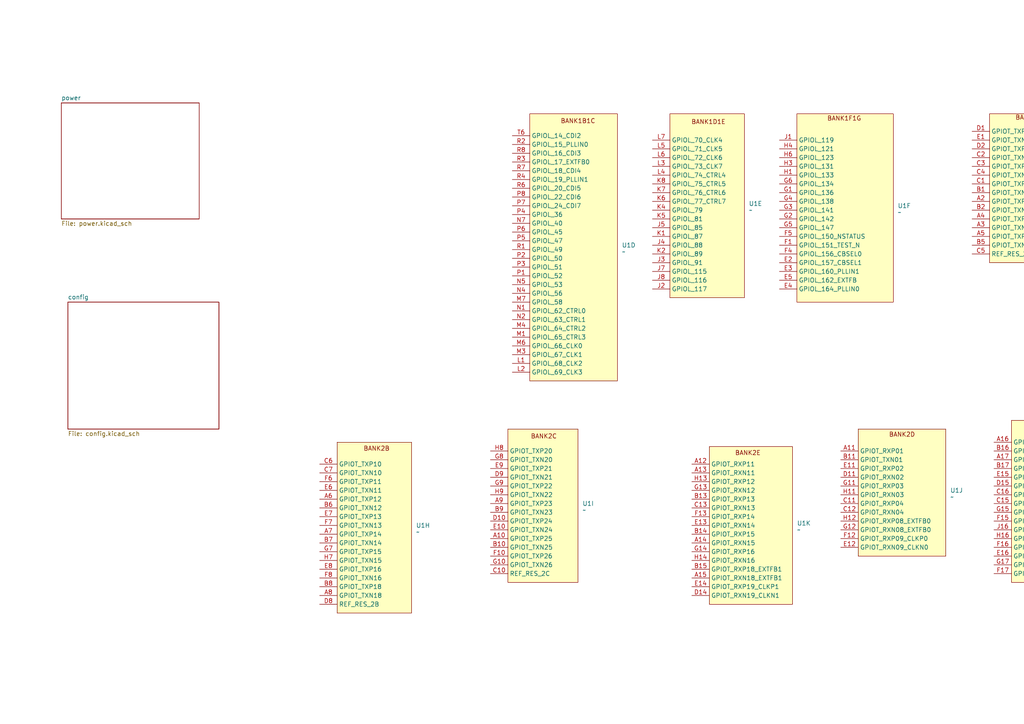
<source format=kicad_sch>
(kicad_sch (version 20231120) (generator "eeschema") (generator_version "8.0")
  (paper "A4")
  (lib_symbols
    (symbol "IC:T120F484"
      (property "Reference" "U" (at 3.81 -0.508 0))
      (symbol "T120F484_1_1"
        (rectangle (start 5.08 0) (end 20.32 -160.02) (fill (type background)))
        (text "GND" (at 12.7 -1.27 0) (effects (font (size 1.27 1.27))))
        (pin passive line (at 0 -2.54 0) (length 5.08) (name "GND") (number "A1"))
        (pin passive line (at 0 -5.08 0) (length 5.08) (name "GND") (number "A22"))
        (pin passive line (at 0 -7.62 0) (length 5.08) (name "GND") (number "AB1"))
        (pin passive line (at 0 -10.16 0) (length 5.08) (name "GND") (number "AB22"))
        (pin passive line (at 0 -12.7 0) (length 5.08) (name "GND") (number "B12"))
        (pin passive line (at 0 -15.24 0) (length 5.08) (name "GND") (number "B4"))
        (pin passive line (at 0 -17.78 0) (length 5.08) (name "GND") (number "D13"))
        (pin passive line (at 0 -20.32 0) (length 5.08) (name "GND") (number "D16"))
        (pin passive line (at 0 -22.86 0) (length 5.08) (name "GND") (number "D4"))
        (pin passive line (at 0 -25.4 0) (length 5.08) (name "GND") (number "D7"))
        (pin passive line (at 0 -27.94 0) (length 5.08) (name "GND") (number "E18"))
        (pin passive line (at 0 -30.48 0) (length 5.08) (name "GND") (number "E20"))
        (pin passive line (at 0 -33.02 0) (length 5.08) (name "GND") (number "F22"))
        (pin passive line (at 0 -35.56 0) (length 5.08) (name "GND") (number "H15"))
        (pin passive line (at 0 -38.1 0) (length 5.08) (name "GND") (number "H17"))
        (pin passive line (at 0 -40.64 0) (length 5.08) (name "GND") (number "H2"))
        (pin passive line (at 0 -43.18 0) (length 5.08) (name "GND") (number "H22"))
        (pin passive line (at 0 -45.72 0) (length 5.08) (name "GND") (number "H5"))
        (pin passive line (at 0 -48.26 0) (length 5.08) (name "GND") (number "J10"))
        (pin passive line (at 0 -50.8 0) (length 5.08) (name "GND") (number "J12"))
        (pin passive line (at 0 -53.34 0) (length 5.08) (name "GND") (number "J14"))
        (pin passive line (at 0 -55.88 0) (length 5.08) (name "GND") (number "J20"))
        (pin passive line (at 0 -58.42 0) (length 5.08) (name "GND") (number "K11"))
        (pin passive line (at 0 -60.96 0) (length 5.08) (name "GND") (number "K13"))
        (pin passive line (at 0 -63.5 0) (length 5.08) (name "GND") (number "K16"))
        (pin passive line (at 0 -66.04 0) (length 5.08) (name "GND") (number "K18"))
        (pin passive line (at 0 -68.58 0) (length 5.08) (name "GND") (number "K9"))
        (pin passive line (at 0 -71.12 0) (length 5.08) (name "GND") (number "L10"))
        (pin passive line (at 0 -73.66 0) (length 5.08) (name "GND") (number "L12"))
        (pin passive line (at 0 -76.2 0) (length 5.08) (name "GND") (number "L14"))
        (pin passive line (at 0 -78.74 0) (length 5.08) (name "GND") (number "L8"))
        (pin passive line (at 0 -81.28 0) (length 5.08) (name "GND") (number "M11"))
        (pin passive line (at 0 -83.82 0) (length 5.08) (name "GND") (number "M13"))
        (pin passive line (at 0 -86.36 0) (length 5.08) (name "GND") (number "M2"))
        (pin passive line (at 0 -88.9 0) (length 5.08) (name "GND") (number "M5"))
        (pin passive line (at 0 -91.44 0) (length 5.08) (name "GND") (number "M9"))
        (pin passive line (at 0 -93.98 0) (length 5.08) (name "GND") (number "N10"))
        (pin passive line (at 0 -96.52 0) (length 5.08) (name "GND") (number "N12"))
        (pin passive line (at 0 -99.06 0) (length 5.08) (name "GND") (number "N14"))
        (pin passive line (at 0 -101.6 0) (length 5.08) (name "GND") (number "N16"))
        (pin passive line (at 0 -104.14 0) (length 5.08) (name "GND") (number "N18"))
        (pin passive line (at 0 -106.68 0) (length 5.08) (name "GND") (number "N20"))
        (pin passive line (at 0 -109.22 0) (length 5.08) (name "GND") (number "N22"))
        (pin passive line (at 0 -111.76 0) (length 5.08) (name "GND") (number "N8"))
        (pin passive line (at 0 -114.3 0) (length 5.08) (name "GND") (number "P11"))
        (pin passive line (at 0 -116.84 0) (length 5.08) (name "GND") (number "P13"))
        (pin passive line (at 0 -119.38 0) (length 5.08) (name "GND") (number "P9"))
        (pin passive line (at 0 -121.92 0) (length 5.08) (name "GND") (number "T16"))
        (pin passive line (at 0 -124.46 0) (length 5.08) (name "GND") (number "T18"))
        (pin passive line (at 0 -127 0) (length 5.08) (name "GND") (number "T2"))
        (pin passive line (at 0 -129.54 0) (length 5.08) (name "GND") (number "T5"))
        (pin passive line (at 0 -132.08 0) (length 5.08) (name "GND") (number "T7"))
        (pin passive line (at 0 -134.62 0) (length 5.08) (name "GND") (number "U20"))
        (pin passive line (at 0 -137.16 0) (length 5.08) (name "GND") (number "U22"))
        (pin passive line (at 0 -139.7 0) (length 5.08) (name "GND") (number "W13"))
        (pin passive line (at 0 -142.24 0) (length 5.08) (name "GND") (number "W18"))
        (pin passive line (at 0 -144.78 0) (length 5.08) (name "GND") (number "Y11"))
        (pin passive line (at 0 -147.32 0) (length 5.08) (name "GND") (number "Y15"))
        (pin passive line (at 0 -149.86 0) (length 5.08) (name "GND") (number "Y2"))
        (pin passive line (at 0 -152.4 0) (length 5.08) (name "GND") (number "Y20"))
        (pin passive line (at 0 -154.94 0) (length 5.08) (name "GND") (number "Y5"))
        (pin passive line (at 0 -157.48 0) (length 5.08) (name "GND") (number "Y8"))
      )
      (symbol "T120F484_2_1"
        (rectangle (start -8.89 -3.81) (end 16.51 -160.02) (fill (type background)))
        (text "PWR" (at 3.81 -5.588 0) (effects (font (size 1.27 1.27))))
        (pin power_in line (at -13.97 -134.62 0) (length 5.08) (name "VCCIO4B") (number "AA14"))
        (pin power_in line (at -13.97 -24.13 0) (length 5.08) (name "VCCIO_DDR") (number "AA17"))
        (pin power_in line (at -13.97 -26.67 0) (length 5.08) (name "VCCIO_DDR") (number "AA19"))
        (pin power_in line (at -13.97 -29.21 0) (length 5.08) (name "VCCIO_DDR") (number "AA21"))
        (pin power_in line (at -13.97 -154.94 0) (length 5.08) (name "VCCIO4F") (number "AA4"))
        (pin power_in line (at -13.97 -124.46 0) (length 5.08) (name "VCCIO3D_TR_BR") (number "B18"))
        (pin power_in line (at -13.97 -93.98 0) (length 5.08) (name "VCCIO2A") (number "B3"))
        (pin power_in line (at -13.97 -114.3 0) (length 5.08) (name "VCCIO2E") (number "C14"))
        (pin power_in line (at -13.97 -119.38 0) (length 5.08) (name "VCCIO2F") (number "C17"))
        (pin power_in line (at -13.97 -127 0) (length 5.08) (name "VCCIO3D_TR_BR") (number "C20"))
        (pin power_in line (at -13.97 -99.06 0) (length 5.08) (name "VCCIO2B") (number "C8"))
        (pin power_in line (at -13.97 -104.14 0) (length 5.08) (name "VCCIO2C") (number "C9"))
        (pin power_in line (at -13.97 -109.22 0) (length 5.08) (name "VCCIO2D") (number "D12"))
        (pin power_in line (at -13.97 -16.51 0) (length 5.08) (name "VCCA_TR") (number "D17"))
        (pin power_in line (at -13.97 -96.52 0) (length 5.08) (name "VCCIO2A") (number "D3"))
        (pin power_in line (at -13.97 -13.97 0) (length 5.08) (name "VCCA_TL") (number "D5"))
        (pin power_in line (at -13.97 -101.6 0) (length 5.08) (name "VCCIO2B") (number "D6"))
        (pin power_in line (at -13.97 -19.05 0) (length 5.08) (name "VCCA_TR") (number "E17"))
        (pin power_in line (at -13.97 -111.76 0) (length 5.08) (name "VCCIO2D") (number "F11"))
        (pin power_in line (at -13.97 -116.84 0) (length 5.08) (name "VCCIO2E") (number "F14"))
        (pin power_in line (at -13.97 -31.75 0) (length 5.08) (name "VCCIO_DDR") (number "F19"))
        (pin power_in line (at -13.97 -88.9 0) (length 5.08) (name "VCCIO1F_1G") (number "F2"))
        (pin power_in line (at -13.97 -34.29 0) (length 5.08) (name "VCCIO_DDR") (number "F21"))
        (pin power_in line (at -13.97 -91.44 0) (length 5.08) (name "VCCIO1F_1G") (number "F3"))
        (pin power_in line (at -13.97 -106.68 0) (length 5.08) (name "VCCIO2C") (number "F9"))
        (pin power_in line (at -13.97 -121.92 0) (length 5.08) (name "VCCIO2F") (number "G16"))
        (pin power_in line (at -13.97 -36.83 0) (length 5.08) (name "VCCIO_DDR") (number "G18"))
        (pin power_in line (at 21.59 -6.35 180) (length 5.08) (name "VCC") (number "H10"))
        (pin power_in line (at 21.59 -8.89 180) (length 5.08) (name "VCC") (number "J11"))
        (pin power_in line (at 21.59 -11.43 180) (length 5.08) (name "VCC") (number "J13"))
        (pin power_in line (at 21.59 -13.97 180) (length 5.08) (name "VCC") (number "J15"))
        (pin power_in line (at -13.97 -39.37 0) (length 5.08) (name "VCCIO_DDR") (number "J17"))
        (pin power_in line (at -13.97 -41.91 0) (length 5.08) (name "VCCIO_DDR") (number "J19"))
        (pin power_in line (at -13.97 -44.45 0) (length 5.08) (name "VCCIO_DDR") (number "J21"))
        (pin power_in line (at -13.97 -83.82 0) (length 5.08) (name "VCCIO1D_1E") (number "J6"))
        (pin power_in line (at 21.59 -16.51 180) (length 5.08) (name "VCC") (number "J9"))
        (pin power_in line (at 21.59 -19.05 180) (length 5.08) (name "VCC") (number "K10"))
        (pin power_in line (at 21.59 -21.59 180) (length 5.08) (name "VCC") (number "K12"))
        (pin power_in line (at 21.59 -24.13 180) (length 5.08) (name "VCC") (number "K14"))
        (pin power_in line (at -13.97 -86.36 0) (length 5.08) (name "VCCIO1D_1E") (number "K3"))
        (pin power_in line (at 21.59 -26.67 180) (length 5.08) (name "VCC") (number "L11"))
        (pin power_in line (at 21.59 -29.21 180) (length 5.08) (name "VCC") (number "L13"))
        (pin power_in line (at 21.59 -31.75 180) (length 5.08) (name "VCC") (number "L9"))
        (pin power_in line (at 21.59 -34.29 180) (length 5.08) (name "VCC") (number "M10"))
        (pin power_in line (at 21.59 -36.83 180) (length 5.08) (name "VCC") (number "M12"))
        (pin power_in line (at 21.59 -39.37 180) (length 5.08) (name "VCC") (number "M14"))
        (pin power_in line (at -13.97 -46.99 0) (length 5.08) (name "VCCIO_DDR") (number "M17"))
        (pin power_in line (at -13.97 -49.53 0) (length 5.08) (name "VCCIO_DDR") (number "M19"))
        (pin power_in line (at -13.97 -52.07 0) (length 5.08) (name "VCCIO_DDR") (number "M21"))
        (pin power_in line (at 21.59 -41.91 180) (length 5.08) (name "VCC") (number "M8"))
        (pin power_in line (at 21.59 -44.45 180) (length 5.08) (name "VCC") (number "N11"))
        (pin power_in line (at 21.59 -46.99 180) (length 5.08) (name "VCC") (number "N13"))
        (pin power_in line (at -13.97 -8.89 0) (length 5.08) (name "VCCA_BR") (number "N15"))
        (pin power_in line (at -13.97 -76.2 0) (length 5.08) (name "VCCIO1B_1C") (number "N3"))
        (pin power_in line (at -13.97 -78.74 0) (length 5.08) (name "VCCIO1B_1C") (number "N6"))
        (pin power_in line (at 21.59 -49.53 180) (length 5.08) (name "VCC") (number "N9"))
        (pin power_in line (at 21.59 -52.07 180) (length 5.08) (name "VCC") (number "P10"))
        (pin power_in line (at 21.59 -54.61 180) (length 5.08) (name "VCC") (number "P12"))
        (pin power_in line (at 21.59 -57.15 180) (length 5.08) (name "VCC") (number "P14"))
        (pin power_in line (at -13.97 -11.43 0) (length 5.08) (name "VCCA_BR") (number "P15"))
        (pin power_in line (at 21.59 -59.69 180) (length 5.08) (name "VCC") (number "R11"))
        (pin power_in line (at -13.97 -54.61 0) (length 5.08) (name "VCCIO_DDR") (number "R17"))
        (pin power_in line (at -13.97 -57.15 0) (length 5.08) (name "VCCIO_DDR") (number "R19"))
        (pin power_in line (at -13.97 -59.69 0) (length 5.08) (name "VCCIO_DDR") (number "R21"))
        (pin power_in line (at -13.97 -81.28 0) (length 5.08) (name "VCCIO1B_1C") (number "R5"))
        (pin power_in line (at -13.97 -149.86 0) (length 5.08) (name "VCCIO4E") (number "R9"))
        (pin power_in line (at -13.97 -139.7 0) (length 5.08) (name "VCCIO4C") (number "T11"))
        (pin power_in line (at -13.97 -144.78 0) (length 5.08) (name "VCCIO4D") (number "T9"))
        (pin power_in line (at -13.97 -129.54 0) (length 5.08) (name "VCCIO4A") (number "U15"))
        (pin power_in line (at -13.97 -73.66 0) (length 5.08) (name "VCCIO1A") (number "U3"))
        (pin power_in line (at -13.97 -137.16 0) (length 5.08) (name "VCCIO4B") (number "V13"))
        (pin power_in line (at -13.97 -62.23 0) (length 5.08) (name "VCCIO_DDR") (number "V17"))
        (pin power_in line (at -13.97 -64.77 0) (length 5.08) (name "VCCIO_DDR") (number "V19"))
        (pin power_in line (at -13.97 -67.31 0) (length 5.08) (name "VCCIO_DDR") (number "V21"))
        (pin power_in line (at -13.97 -6.35 0) (length 5.08) (name "VCCA_BL") (number "W5"))
        (pin power_in line (at -13.97 -152.4 0) (length 5.08) (name "VCCIO4E") (number "W7"))
        (pin power_in line (at -13.97 -142.24 0) (length 5.08) (name "VCCIO4C") (number "Y12"))
        (pin power_in line (at -13.97 -132.08 0) (length 5.08) (name "VCCIO4A") (number "Y16"))
        (pin power_in line (at -13.97 -157.48 0) (length 5.08) (name "VCCIO4F") (number "Y3"))
        (pin power_in line (at -13.97 -147.32 0) (length 5.08) (name "VCCIO4D") (number "Y9"))
      )
      (symbol "T120F484_3_1"
        (rectangle (start 5.08 0) (end 33.02 -40.64) (fill (type background)))
        (text "BANK1A" (at 19.558 -1.27 0) (effects (font (size 1.27 1.27))))
        (pin input line (at 0 -30.48 0) (length 5.08) (name "TCK") (number "T1"))
        (pin output line (at 0 -35.56 0) (length 5.08) (name "TDO") (number "T3"))
        (pin bidirectional line (at 0 -27.94 0) (length 5.08) (name "GPIOL_13_CBUS2") (number "T4"))
        (pin input line (at 0 -38.1 0) (length 5.08) (name "TMS") (number "U1"))
        (pin input line (at 0 -33.02 0) (length 5.08) (name "TDI") (number "U2"))
        (pin bidirectional line (at 0 -22.86 0) (length 5.08) (name "GPIOL_11_CBUS0") (number "U4"))
        (pin bidirectional line (at 0 -15.24 0) (length 5.08) (name "GPIOL_05_CSO") (number "U5"))
        (pin bidirectional line (at 0 -25.4 0) (length 5.08) (name "GPIOL_12_CBUS1") (number "U6"))
        (pin bidirectional line (at 0 -20.32 0) (length 5.08) (name "GPIOL_09_CDI1") (number "V1"))
        (pin bidirectional line (at 0 -17.78 0) (length 5.08) (name "GPIOL_08_CDI0") (number "V2"))
        (pin bidirectional line (at 0 -7.62 0) (length 5.08) (name "GPIOL_00_SS_N") (number "V3"))
        (pin input line (at 0 -5.08 0) (length 5.08) (name "CRESET_N") (number "V4"))
        (pin output line (at 0 -2.54 0) (length 5.08) (name "CDONE") (number "V5"))
        (pin bidirectional line (at 0 -12.7 0) (length 5.08) (name "GPIOL_04_CSI") (number "V6"))
        (pin bidirectional line (at 0 -10.16 0) (length 5.08) (name "GPIOL_01_CCK") (number "W1"))
      )
      (symbol "T120F484_4_1"
        (rectangle (start 5.08 3.81) (end 30.48 -73.66) (fill (type background)))
        (text "BANK1B1C" (at 19.05 1.778 0) (effects (font (size 1.27 1.27))))
        (pin bidirectional line (at 0 -68.58 0) (length 5.08) (name "GPIOL_68_CLK2") (number "L1"))
        (pin bidirectional line (at 0 -71.12 0) (length 5.08) (name "GPIOL_69_CLK3") (number "L2"))
        (pin bidirectional line (at 0 -60.96 0) (length 5.08) (name "GPIOL_65_CTRL3") (number "M1"))
        (pin bidirectional line (at 0 -66.04 0) (length 5.08) (name "GPIOL_67_CLK1") (number "M3"))
        (pin bidirectional line (at 0 -58.42 0) (length 5.08) (name "GPIOL_64_CTRL2") (number "M4"))
        (pin bidirectional line (at 0 -63.5 0) (length 5.08) (name "GPIOL_66_CLK0") (number "M6"))
        (pin bidirectional line (at 0 -50.8 0) (length 5.08) (name "GPIOL_58") (number "M7"))
        (pin bidirectional line (at 0 -53.34 0) (length 5.08) (name "GPIOL_62_CTRL0") (number "N1"))
        (pin bidirectional line (at 0 -55.88 0) (length 5.08) (name "GPIOL_63_CTRL1") (number "N2"))
        (pin bidirectional line (at 0 -48.26 0) (length 5.08) (name "GPIOL_56") (number "N4"))
        (pin bidirectional line (at 0 -45.72 0) (length 5.08) (name "GPIOL_53") (number "N5"))
        (pin bidirectional line (at 0 -27.94 0) (length 5.08) (name "GPIOL_40") (number "N7"))
        (pin bidirectional line (at 0 -43.18 0) (length 5.08) (name "GPIOL_52") (number "P1"))
        (pin bidirectional line (at 0 -38.1 0) (length 5.08) (name "GPIOL_50") (number "P2"))
        (pin bidirectional line (at 0 -40.64 0) (length 5.08) (name "GPIOL_51") (number "P3"))
        (pin bidirectional line (at 0 -25.4 0) (length 5.08) (name "GPIOL_36") (number "P4"))
        (pin bidirectional line (at 0 -33.02 0) (length 5.08) (name "GPIOL_47") (number "P5"))
        (pin bidirectional line (at 0 -30.48 0) (length 5.08) (name "GPIOL_45") (number "P6"))
        (pin bidirectional line (at 0 -22.86 0) (length 5.08) (name "GPIOL_24_CDI7") (number "P7"))
        (pin bidirectional line (at 0 -20.32 0) (length 5.08) (name "GPIOL_22_CDI6") (number "P8"))
        (pin bidirectional line (at 0 -35.56 0) (length 5.08) (name "GPIOL_49") (number "R1"))
        (pin bidirectional line (at 0 -5.08 0) (length 5.08) (name "GPIOL_15_PLLIN0") (number "R2"))
        (pin bidirectional line (at 0 -10.16 0) (length 5.08) (name "GPIOL_17_EXTFB0") (number "R3"))
        (pin bidirectional line (at 0 -15.24 0) (length 5.08) (name "GPIOL_19_PLLIN1") (number "R4"))
        (pin bidirectional line (at 0 -17.78 0) (length 5.08) (name "GPIOL_20_CDI5") (number "R6"))
        (pin bidirectional line (at 0 -12.7 0) (length 5.08) (name "GPIOL_18_CDI4") (number "R7"))
        (pin bidirectional line (at 0 -7.62 0) (length 5.08) (name "GPIOL_16_CDI3") (number "R8"))
        (pin bidirectional line (at 0 -2.54 0) (length 5.08) (name "GPIOL_14_CDI2") (number "T6"))
      )
      (symbol "T120F484_5_1"
        (rectangle (start 5.08 5.08) (end 26.67 -48.26) (fill (type background)))
        (text "BANK1D1E" (at 16.256 2.794 0) (effects (font (size 1.27 1.27))))
        (pin bidirectional line (at 0 -45.72 0) (length 5.08) (name "GPIOL_117") (number "J2"))
        (pin bidirectional line (at 0 -38.1 0) (length 5.08) (name "GPIOL_91") (number "J3"))
        (pin bidirectional line (at 0 -33.02 0) (length 5.08) (name "GPIOL_88") (number "J4"))
        (pin bidirectional line (at 0 -27.94 0) (length 5.08) (name "GPIOL_85") (number "J5"))
        (pin bidirectional line (at 0 -40.64 0) (length 5.08) (name "GPIOL_115") (number "J7"))
        (pin bidirectional line (at 0 -43.18 0) (length 5.08) (name "GPIOL_116") (number "J8"))
        (pin bidirectional line (at 0 -30.48 0) (length 5.08) (name "GPIOL_87") (number "K1"))
        (pin bidirectional line (at 0 -35.56 0) (length 5.08) (name "GPIOL_89") (number "K2"))
        (pin bidirectional line (at 0 -22.86 0) (length 5.08) (name "GPIOL_79") (number "K4"))
        (pin bidirectional line (at 0 -25.4 0) (length 5.08) (name "GPIOL_81") (number "K5"))
        (pin bidirectional line (at 0 -20.32 0) (length 5.08) (name "GPIOL_77_CTRL7") (number "K6"))
        (pin bidirectional line (at 0 -17.78 0) (length 5.08) (name "GPIOL_76_CTRL6") (number "K7"))
        (pin bidirectional line (at 0 -15.24 0) (length 5.08) (name "GPIOL_75_CTRL5") (number "K8"))
        (pin bidirectional line (at 0 -10.16 0) (length 5.08) (name "GPIOL_73_CLK7") (number "L3"))
        (pin bidirectional line (at 0 -12.7 0) (length 5.08) (name "GPIOL_74_CTRL4") (number "L4"))
        (pin bidirectional line (at 0 -5.08 0) (length 5.08) (name "GPIOL_71_CLK5") (number "L5"))
        (pin bidirectional line (at 0 -7.62 0) (length 5.08) (name "GPIOL_72_CLK6") (number "L6"))
        (pin bidirectional line (at 0 -2.54 0) (length 5.08) (name "GPIOL_70_CLK4") (number "L7"))
      )
      (symbol "T120F484_6_1"
        (rectangle (start 5.08 3.81) (end 33.02 -50.8) (fill (type background)))
        (text "BANK1F1G" (at 18.796 2.54 0) (effects (font (size 1.27 1.27))))
        (pin bidirectional line (at 0 -39.37 0) (length 5.08) (name "GPIOL_157_CBSEL1") (number "E2"))
        (pin bidirectional line (at 0 -41.91 0) (length 5.08) (name "GPIOL_160_PLLIN1") (number "E3"))
        (pin bidirectional line (at 0 -46.99 0) (length 5.08) (name "GPIOL_164_PLLIN0") (number "E4"))
        (pin bidirectional line (at 0 -44.45 0) (length 5.08) (name "GPIOL_162_EXTFB") (number "E5"))
        (pin bidirectional line (at 0 -34.29 0) (length 5.08) (name "GPIOL_151_TEST_N") (number "F1"))
        (pin bidirectional line (at 0 -36.83 0) (length 5.08) (name "GPIOL_156_CBSEL0") (number "F4"))
        (pin bidirectional line (at 0 -31.75 0) (length 5.08) (name "GPIOL_150_NSTATUS") (number "F5"))
        (pin bidirectional line (at 0 -19.05 0) (length 5.08) (name "GPIOL_136") (number "G1"))
        (pin bidirectional line (at 0 -26.67 0) (length 5.08) (name "GPIOL_142") (number "G2"))
        (pin bidirectional line (at 0 -24.13 0) (length 5.08) (name "GPIOL_141") (number "G3"))
        (pin bidirectional line (at 0 -21.59 0) (length 5.08) (name "GPIOL_138") (number "G4"))
        (pin bidirectional line (at 0 -29.21 0) (length 5.08) (name "GPIOL_147") (number "G5"))
        (pin bidirectional line (at 0 -16.51 0) (length 5.08) (name "GPIOL_134") (number "G6"))
        (pin bidirectional line (at 0 -13.97 0) (length 5.08) (name "GPIOL_133") (number "H1"))
        (pin bidirectional line (at 0 -11.43 0) (length 5.08) (name "GPIOL_131") (number "H3"))
        (pin bidirectional line (at 0 -6.35 0) (length 5.08) (name "GPIOL_121") (number "H4"))
        (pin bidirectional line (at 0 -8.89 0) (length 5.08) (name "GPIOL_123") (number "H6"))
        (pin bidirectional line (at 0 -3.81 0) (length 5.08) (name "GPIOL_119") (number "J1"))
      )
      (symbol "T120F484_7_1"
        (rectangle (start 5.08 3.81) (end 25.4 -39.37) (fill (type background)))
        (text "BANK2A" (at 16.256 2.794 0) (effects (font (size 1.27 1.27))))
        (pin bidirectional line (at 0 -21.59 0) (length 5.08) (name "GPIOT_TXP05") (number "A2"))
        (pin bidirectional line (at 0 -29.21 0) (length 5.08) (name "GPIOT_TXN06") (number "A3"))
        (pin bidirectional line (at 0 -26.67 0) (length 5.08) (name "GPIOT_TXP06") (number "A4"))
        (pin bidirectional line (at 0 -31.75 0) (length 5.08) (name "GPIOT_TXP07") (number "A5"))
        (pin bidirectional line (at 0 -19.05 0) (length 5.08) (name "GPIOT_TXN04") (number "B1"))
        (pin bidirectional line (at 0 -24.13 0) (length 5.08) (name "GPIOT_TXN05") (number "B2"))
        (pin bidirectional line (at 0 -34.29 0) (length 5.08) (name "GPIOT_TXN07") (number "B5"))
        (pin bidirectional line (at 0 -16.51 0) (length 5.08) (name "GPIOT_TXP04") (number "C1"))
        (pin bidirectional line (at 0 -8.89 0) (length 5.08) (name "GPIOT_TXN02") (number "C2"))
        (pin bidirectional line (at 0 -11.43 0) (length 5.08) (name "GPIOT_TXP03") (number "C3"))
        (pin bidirectional line (at 0 -13.97 0) (length 5.08) (name "GPIOT_TXN03") (number "C4"))
        (pin passive line (at 0 -36.83 0) (length 5.08) (name "REF_RES_2A") (number "C5"))
        (pin bidirectional line (at 0 -1.27 0) (length 5.08) (name "GPIOT_TXP01") (number "D1"))
        (pin bidirectional line (at 0 -6.35 0) (length 5.08) (name "GPIOT_TXP02") (number "D2"))
        (pin bidirectional line (at 0 -3.81 0) (length 5.08) (name "GPIOT_TXN01") (number "E1"))
      )
      (symbol "T120F484_8_1"
        (rectangle (start 6.35 2.54) (end 27.94 -46.99) (fill (type background)))
        (text "BANK2B" (at 17.78 0.762 0) (effects (font (size 1.27 1.27))))
        (pin bidirectional line (at 1.27 -13.97 0) (length 5.08) (name "GPIOT_TXP12") (number "A6"))
        (pin bidirectional line (at 1.27 -24.13 0) (length 5.08) (name "GPIOT_TXP14") (number "A7"))
        (pin bidirectional line (at 1.27 -41.91 0) (length 5.08) (name "GPIOT_TXN18") (number "A8"))
        (pin bidirectional line (at 1.27 -16.51 0) (length 5.08) (name "GPIOT_TXN12") (number "B6"))
        (pin bidirectional line (at 1.27 -26.67 0) (length 5.08) (name "GPIOT_TXN14") (number "B7"))
        (pin bidirectional line (at 1.27 -39.37 0) (length 5.08) (name "GPIOT_TXP18") (number "B8"))
        (pin bidirectional line (at 1.27 -3.81 0) (length 5.08) (name "GPIOT_TXP10") (number "C6"))
        (pin bidirectional line (at 1.27 -6.35 0) (length 5.08) (name "GPIOT_TXN10") (number "C7"))
        (pin passive line (at 1.27 -44.45 0) (length 5.08) (name "REF_RES_2B") (number "D8"))
        (pin bidirectional line (at 1.27 -11.43 0) (length 5.08) (name "GPIOT_TXN11") (number "E6"))
        (pin bidirectional line (at 1.27 -19.05 0) (length 5.08) (name "GPIOT_TXP13") (number "E7"))
        (pin bidirectional line (at 1.27 -34.29 0) (length 5.08) (name "GPIOT_TXP16") (number "E8"))
        (pin bidirectional line (at 1.27 -8.89 0) (length 5.08) (name "GPIOT_TXP11") (number "F6"))
        (pin bidirectional line (at 1.27 -21.59 0) (length 5.08) (name "GPIOT_TXN13") (number "F7"))
        (pin bidirectional line (at 1.27 -36.83 0) (length 5.08) (name "GPIOT_TXN16") (number "F8"))
        (pin bidirectional line (at 1.27 -29.21 0) (length 5.08) (name "GPIOT_TXP15") (number "G7"))
        (pin bidirectional line (at 1.27 -31.75 0) (length 5.08) (name "GPIOT_TXN15") (number "H7"))
      )
      (symbol "T120F484_9_1"
        (rectangle (start 5.08 2.54) (end 25.4 -41.91) (fill (type background)))
        (text "BANK2C" (at 15.494 0.508 0) (effects (font (size 1.27 1.27))))
        (pin bidirectional line (at 0 -29.21 0) (length 5.08) (name "GPIOT_TXP25") (number "A10"))
        (pin bidirectional line (at 0 -19.05 0) (length 5.08) (name "GPIOT_TXP23") (number "A9"))
        (pin bidirectional line (at 0 -31.75 0) (length 5.08) (name "GPIOT_TXN25") (number "B10"))
        (pin bidirectional line (at 0 -21.59 0) (length 5.08) (name "GPIOT_TXN23") (number "B9"))
        (pin passive line (at 0 -39.37 0) (length 5.08) (name "REF_RES_2C") (number "C10"))
        (pin bidirectional line (at 0 -24.13 0) (length 5.08) (name "GPIOT_TXP24") (number "D10"))
        (pin bidirectional line (at 0 -11.43 0) (length 5.08) (name "GPIOT_TXN21") (number "D9"))
        (pin bidirectional line (at 0 -26.67 0) (length 5.08) (name "GPIOT_TXN24") (number "E10"))
        (pin bidirectional line (at 0 -8.89 0) (length 5.08) (name "GPIOT_TXP21") (number "E9"))
        (pin bidirectional line (at 0 -34.29 0) (length 5.08) (name "GPIOT_TXP26") (number "F10"))
        (pin bidirectional line (at 0 -36.83 0) (length 5.08) (name "GPIOT_TXN26") (number "G10"))
        (pin bidirectional line (at 0 -6.35 0) (length 5.08) (name "GPIOT_TXN20") (number "G8"))
        (pin bidirectional line (at 0 -13.97 0) (length 5.08) (name "GPIOT_TXP22") (number "G9"))
        (pin bidirectional line (at 0 -3.81 0) (length 5.08) (name "GPIOT_TXP20") (number "H8"))
        (pin bidirectional line (at 0 -16.51 0) (length 5.08) (name "GPIOT_TXN22") (number "H9"))
      )
      (symbol "T120F484_10_1"
        (rectangle (start 5.08 0) (end 30.48 -36.83) (fill (type background)))
        (text "BANK2D" (at 17.78 -1.524 0) (effects (font (size 1.27 1.27))))
        (pin bidirectional line (at 0 -6.35 0) (length 5.08) (name "GPIOT_RXP01") (number "A11"))
        (pin bidirectional line (at 0 -8.89 0) (length 5.08) (name "GPIOT_TXN01") (number "B11"))
        (pin bidirectional line (at 0 -21.59 0) (length 5.08) (name "GPIOT_RXP04") (number "C11"))
        (pin bidirectional line (at 0 -24.13 0) (length 5.08) (name "GPIOT_RXN04") (number "C12"))
        (pin bidirectional line (at 0 -13.97 0) (length 5.08) (name "GPIOT_RXN02") (number "D11"))
        (pin bidirectional line (at 0 -11.43 0) (length 5.08) (name "GPIOT_RXP02") (number "E11"))
        (pin bidirectional line (at 0 -34.29 0) (length 5.08) (name "GPIOT_RXN09_CLKN0") (number "E12"))
        (pin bidirectional line (at 0 -31.75 0) (length 5.08) (name "GPIOT_RXP09_CLKP0") (number "F12"))
        (pin bidirectional line (at 0 -16.51 0) (length 5.08) (name "GPIOT_RXP03") (number "G11"))
        (pin bidirectional line (at 0 -29.21 0) (length 5.08) (name "GPIOT_RXN08_EXTFB0") (number "G12"))
        (pin bidirectional line (at 0 -19.05 0) (length 5.08) (name "GPIOT_RXN03") (number "H11"))
        (pin bidirectional line (at 0 -26.67 0) (length 5.08) (name "GPIOT_RXP08_EXTFB0") (number "H12"))
      )
      (symbol "T120F484_11_1"
        (rectangle (start 5.08 0) (end 29.21 -45.72) (fill (type background)))
        (text "BANK2E" (at 16.256 -1.778 0) (effects (font (size 1.27 1.27))))
        (pin bidirectional line (at 0 -5.08 0) (length 5.08) (name "GPIOT_RXP11") (number "A12"))
        (pin bidirectional line (at 0 -7.62 0) (length 5.08) (name "GPIOT_RXN11") (number "A13"))
        (pin bidirectional line (at 0 -27.94 0) (length 5.08) (name "GPIOT_RXN15") (number "A14"))
        (pin bidirectional line (at 0 -38.1 0) (length 5.08) (name "GPIOT_RXN18_EXTFB1") (number "A15"))
        (pin bidirectional line (at 0 -15.24 0) (length 5.08) (name "GPIOT_RXP13") (number "B13"))
        (pin bidirectional line (at 0 -25.4 0) (length 5.08) (name "GPIOT_RXP15") (number "B14"))
        (pin bidirectional line (at 0 -35.56 0) (length 5.08) (name "GPIOT_RXP18_EXTFB1") (number "B15"))
        (pin bidirectional line (at 0 -17.78 0) (length 5.08) (name "GPIOT_RXN13") (number "C13"))
        (pin bidirectional line (at 0 -43.18 0) (length 5.08) (name "GPIOT_RXN19_CLKN1") (number "D14"))
        (pin bidirectional line (at 0 -22.86 0) (length 5.08) (name "GPIOT_RXN14") (number "E13"))
        (pin bidirectional line (at 0 -40.64 0) (length 5.08) (name "GPIOT_RXP19_CLKP1") (number "E14"))
        (pin bidirectional line (at 0 -20.32 0) (length 5.08) (name "GPIOT_RXP14") (number "F13"))
        (pin bidirectional line (at 0 -12.7 0) (length 5.08) (name "GPIOT_RXN12") (number "G13"))
        (pin bidirectional line (at 0 -30.48 0) (length 5.08) (name "GPIOT_RXP16") (number "G14"))
        (pin bidirectional line (at 0 -10.16 0) (length 5.08) (name "GPIOT_RXP12") (number "H13"))
        (pin bidirectional line (at 0 -33.02 0) (length 5.08) (name "GPIOT_RXN16") (number "H14"))
      )
      (symbol "T120F484_12_1"
        (rectangle (start 5.08 1.27) (end 29.21 -45.72) (fill (type background)))
        (text "BANK2F" (at 16.51 -0.254 0) (effects (font (size 1.27 1.27))))
        (pin bidirectional line (at 0 -5.08 0) (length 5.08) (name "GPIOT_RXP20") (number "A16"))
        (pin bidirectional line (at 0 -10.16 0) (length 5.08) (name "GPIOT_RXP21") (number "A17"))
        (pin bidirectional line (at 0 -7.62 0) (length 5.08) (name "GPIOT_RXN20") (number "B16"))
        (pin bidirectional line (at 0 -12.7 0) (length 5.08) (name "GPIOT_RXN21") (number "B17"))
        (pin bidirectional line (at 0 -22.86 0) (length 5.08) (name "GPIOT_RXN23") (number "C15"))
        (pin bidirectional line (at 0 -20.32 0) (length 5.08) (name "GPIOT_RXP23") (number "C16"))
        (pin bidirectional line (at 0 -17.78 0) (length 5.08) (name "GPIOT_RXN22") (number "D15"))
        (pin bidirectional line (at 0 -15.24 0) (length 5.08) (name "GPIOT_RXP22") (number "E15"))
        (pin bidirectional line (at 0 -38.1 0) (length 5.08) (name "GPIOT_RXN28_EXTFB2") (number "E16"))
        (pin bidirectional line (at 0 -27.94 0) (length 5.08) (name "GPIOT_RXN24") (number "F15"))
        (pin bidirectional line (at 0 -35.56 0) (length 5.08) (name "GPIOT_RXP28_EXTFB2") (number "F16"))
        (pin bidirectional line (at 0 -43.18 0) (length 5.08) (name "GPIOT_RXN29_CLKN2") (number "F17"))
        (pin bidirectional line (at 0 -25.4 0) (length 5.08) (name "GPIOT_RXP24") (number "G15"))
        (pin bidirectional line (at 0 -40.64 0) (length 5.08) (name "GPIOT_RXP28_CLKP2") (number "G17"))
        (pin bidirectional line (at 0 -33.02 0) (length 5.08) (name "GPIOT_RXN27") (number "H16"))
        (pin bidirectional line (at 0 -30.48 0) (length 5.08) (name "GPIOT_RXP27") (number "J16"))
      )
      (symbol "T120F484_13_1"
        (rectangle (start 5.08 2.54) (end 30.48 -44.45) (fill (type background)))
        (text "BANK3D" (at 18.034 0.762 0) (effects (font (size 1.27 1.27))))
        (pin bidirectional line (at 0 -13.97 0) (length 5.08) (name "GPIOR_173_CLK15") (number "A20"))
        (pin bidirectional line (at 0 -19.05 0) (length 5.08) (name "GPIOR_176_CLK13") (number "A21"))
        (pin bidirectional line (at 0 -8.89 0) (length 5.08) (name "GPIOR_172_CTRL13") (number "B19"))
        (pin bidirectional line (at 0 -16.51 0) (length 5.08) (name "GPIOR_175_CLK14") (number "B20"))
        (pin bidirectional line (at 0 -21.59 0) (length 5.08) (name "GPIOR_177_CLK12") (number "B21"))
        (pin bidirectional line (at 0 -29.21 0) (length 5.08) (name "GPIOR_180_CLK9") (number "B22"))
        (pin bidirectional line (at 0 -6.35 0) (length 5.08) (name "GPIOR_171_CTRL14") (number "C19"))
        (pin bidirectional line (at 0 -24.13 0) (length 5.08) (name "GPIOR_178_CLK11") (number "C21"))
        (pin bidirectional line (at 0 -34.29 0) (length 5.08) (name "GPIOR_182_CTRL11") (number "C22"))
        (pin bidirectional line (at 0 -11.43 0) (length 5.08) (name "GPIOR_173_CTRL12") (number "D19"))
        (pin bidirectional line (at 0 -26.67 0) (length 5.08) (name "GPIOR_179_CLK10") (number "D20"))
        (pin bidirectional line (at 0 -39.37 0) (length 5.08) (name "GPIOR_184_CTRL9") (number "D21"))
        (pin bidirectional line (at 0 -36.83 0) (length 5.08) (name "CPIOR_183_CTRL10") (number "D22"))
        (pin bidirectional line (at 0 -3.81 0) (length 5.08) (name "GPIOR_170_CTRL15") (number "E19"))
        (pin bidirectional line (at 0 -31.75 0) (length 5.08) (name "GPIOR_181_CLK8") (number "E21"))
        (pin bidirectional line (at 0 -41.91 0) (length 5.08) (name "GPIOR_185_CTRL8") (number "E22"))
      )
      (symbol "T120F484_14_1"
        (rectangle (start -8.89 -241.3) (end 11.43 2.54) (fill (type background)))
        (text "BANK3E" (at 1.524 1.016 0) (effects (font (size 1.27 1.27))))
        (pin bidirectional line (at 16.51 -208.28 180) (length 5.08) (name "DDR_DQ31") (number "AA18"))
        (pin bidirectional line (at 16.51 -195.58 180) (length 5.08) (name "DDR_DQ26") (number "AA20"))
        (pin bidirectional line (at 16.51 -198.12 180) (length 5.08) (name "DDR_DQ27") (number "AA22"))
        (pin bidirectional line (at 16.51 -205.74 180) (length 5.08) (name "DDR_DQ30") (number "AB18"))
        (pin bidirectional line (at 16.51 -200.66 180) (length 5.08) (name "DDR_DQ28") (number "AB19"))
        (pin bidirectional line (at 16.51 -215.9 180) (length 5.08) (name "DDR_DQS_N3") (number "AB20"))
        (pin bidirectional line (at 16.51 -213.36 180) (length 5.08) (name "DDR_DQS3") (number "AB21"))
        (pin bidirectional line (at 16.51 -147.32 180) (length 5.08) (name "DDR_DQ15") (number "F18"))
        (pin bidirectional line (at 16.51 -144.78 180) (length 5.08) (name "DDR_DQ14") (number "F20"))
        (pin bidirectional line (at 16.51 -139.7 180) (length 5.08) (name "DDR_DQ12") (number "G19"))
        (pin bidirectional line (at 16.51 -152.4 180) (length 5.08) (name "DDR_DQS1") (number "G20"))
        (pin bidirectional line (at 16.51 -154.94 180) (length 5.08) (name "DDR_DQS_N1") (number "G21"))
        (pin output line (at 16.51 -223.52 180) (length 5.08) (name "DDR_DM1") (number "G22"))
        (pin bidirectional line (at 16.51 -116.84 180) (length 5.08) (name "DDR_DQ7") (number "H18"))
        (pin bidirectional line (at 16.51 -137.16 180) (length 5.08) (name "DDR_DQ11") (number "H19"))
        (pin bidirectional line (at 16.51 -134.62 180) (length 5.08) (name "DDR_DQ10") (number "H20"))
        (pin bidirectional line (at 16.51 -142.24 180) (length 5.08) (name "DDR_DQ13") (number "H21"))
        (pin bidirectional line (at 16.51 -111.76 180) (length 5.08) (name "DDR_DQ5") (number "J18"))
        (pin bidirectional line (at 16.51 -129.54 180) (length 5.08) (name "DDR_DQ8") (number "J22"))
        (pin bidirectional line (at 16.51 -233.68 180) (length 5.08) (name "DDR_VREF") (number "K17"))
        (pin output line (at 16.51 -220.98 180) (length 5.08) (name "DDR_DM0") (number "K19"))
        (pin bidirectional line (at 16.51 -104.14 180) (length 5.08) (name "DDR_DQ2") (number "K20"))
        (pin bidirectional line (at 16.51 -99.06 180) (length 5.08) (name "DDR_DQ0") (number "K21"))
        (pin bidirectional line (at 16.51 -132.08 180) (length 5.08) (name "DDR_DQ9") (number "K22"))
        (pin output line (at 16.51 -12.7 180) (length 5.08) (name "DDR_CKE") (number "L16"))
        (pin output line (at 16.51 -58.42 180) (length 5.08) (name "DDR_A1") (number "L17"))
        (pin bidirectional line (at 16.51 -114.3 180) (length 5.08) (name "DDR_DQ6") (number "L18"))
        (pin bidirectional line (at 16.51 -109.22 180) (length 5.08) (name "DDR_DQ4") (number "L19"))
        (pin bidirectional line (at 16.51 -106.68 180) (length 5.08) (name "DDR_DQ3") (number "L20"))
        (pin bidirectional line (at 16.51 -121.92 180) (length 5.08) (name "DDR_DQS0") (number "L21"))
        (pin bidirectional line (at 16.51 -124.46 180) (length 5.08) (name "DDR_DQS_N0") (number "L22"))
        (pin output line (at 16.51 -27.94 180) (length 5.08) (name "DDR_CAS_N") (number "M16"))
        (pin output line (at 16.51 -55.88 180) (length 5.08) (name "DDR_A0") (number "M18"))
        (pin output line (at 16.51 -71.12 180) (length 5.08) (name "DDR_A6") (number "M20"))
        (pin bidirectional line (at 16.51 -101.6 180) (length 5.08) (name "DDR_DQ1") (number "M22"))
        (pin output line (at 16.51 -60.96 180) (length 5.08) (name "DDR_A2") (number "N17"))
        (pin output line (at 16.51 -66.04 180) (length 5.08) (name "DDR_A4") (number "N19"))
        (pin output line (at 16.51 -5.08 180) (length 5.08) (name "DDR_CK") (number "N21"))
        (pin output line (at 16.51 -17.78 180) (length 5.08) (name "DDR_CS_N") (number "P16"))
        (pin output line (at 16.51 -73.66 180) (length 5.08) (name "DDR_A7") (number "P17"))
        (pin output line (at 16.51 -236.22 180) (length 5.08) (name "DDR_ZQ") (number "P18"))
        (pin output line (at 16.51 -76.2 180) (length 5.08) (name "DDR_A8") (number "P19"))
        (pin output line (at 16.51 -63.5 180) (length 5.08) (name "DDR_A3") (number "P20"))
        (pin output line (at 16.51 -7.62 180) (length 5.08) (name "DDR_CK_N") (number "P21"))
        (pin output line (at 16.51 -81.28 180) (length 5.08) (name "DDR_A10") (number "P22"))
        (pin output line (at 16.51 -30.48 180) (length 5.08) (name "DDR_RAS_N") (number "R16"))
        (pin output line (at 16.51 -91.44 180) (length 5.08) (name "DDR_A14") (number "R18"))
        (pin output line (at 16.51 -78.74 180) (length 5.08) (name "DDR_A9") (number "R20"))
        (pin output line (at 16.51 -83.82 180) (length 5.08) (name "DDR_A11") (number "R22"))
        (pin output line (at 16.51 -48.26 180) (length 5.08) (name "DDR_BA1") (number "T17"))
        (pin output line (at 16.51 -68.58 180) (length 5.08) (name "DDR_A5") (number "T19"))
        (pin output line (at 16.51 -86.36 180) (length 5.08) (name "DDR_A12") (number "T20"))
        (pin output line (at 16.51 -88.9 180) (length 5.08) (name "DDR_A13") (number "T21"))
        (pin bidirectional line (at 16.51 -162.56 180) (length 5.08) (name "DDR_DQ17") (number "T22"))
        (pin output line (at 16.51 -35.56 180) (length 5.08) (name "DDR_WE_N") (number "U16"))
        (pin output line (at 16.51 -93.98 180) (length 5.08) (name "DDR_A15") (number "U17"))
        (pin bidirectional line (at 16.51 -170.18 180) (length 5.08) (name "DDR_DQ20") (number "U18"))
        (pin bidirectional line (at 16.51 -160.02 180) (length 5.08) (name "DDR_DQ16") (number "U19"))
        (pin bidirectional line (at 16.51 -167.64 180) (length 5.08) (name "DDR_DQ19") (number "U21"))
        (pin output line (at 16.51 -45.72 180) (length 5.08) (name "DDR_BA0") (number "V16"))
        (pin bidirectional line (at 16.51 -177.8 180) (length 5.08) (name "DDR_DQ23") (number "V18"))
        (pin output line (at 16.51 -226.06 180) (length 5.08) (name "DDR_DM2") (number "V20"))
        (pin bidirectional line (at 16.51 -182.88 180) (length 5.08) (name "DDR_DQS2") (number "V22"))
        (pin output line (at 16.51 -50.8 180) (length 5.08) (name "DDR_BA2") (number "W16"))
        (pin output line (at 16.51 -40.64 180) (length 5.08) (name "DDR_ODT") (number "W17"))
        (pin bidirectional line (at 16.51 -175.26 180) (length 5.08) (name "DDR_DQ22") (number "W19"))
        (pin bidirectional line (at 16.51 -172.72 180) (length 5.08) (name "DDR_DQ21") (number "W20"))
        (pin bidirectional line (at 16.51 -165.1 180) (length 5.08) (name "DDR_DQ18") (number "W21"))
        (pin bidirectional line (at 16.51 -185.42 180) (length 5.08) (name "DDR_DQS_N2") (number "W22"))
        (pin output line (at 16.51 -22.86 180) (length 5.08) (name "DDR_RST_N") (number "Y17"))
        (pin bidirectional line (at 16.51 -203.2 180) (length 5.08) (name "DDR_DQ29") (number "Y18"))
        (pin output line (at 16.51 -228.6 180) (length 5.08) (name "DDR_DM3") (number "Y19"))
        (pin bidirectional line (at 16.51 -190.5 180) (length 5.08) (name "DDR_DQ24") (number "Y21"))
        (pin bidirectional line (at 16.51 -193.04 180) (length 5.08) (name "DDR_DQ25") (number "Y22"))
      )
      (symbol "T120F484_15_1"
        (rectangle (start 5.08 1.27) (end 31.75 -24.13) (fill (type background)))
        (text "BANK4A" (at 19.05 -0.254 0) (effects (font (size 1.27 1.27))))
        (pin bidirectional line (at 0 -6.35 0) (length 5.08) (name "GPIOB_RXN20") (number "AA15"))
        (pin bidirectional line (at 0 -3.81 0) (length 5.08) (name "GPIOB_RXP20") (number "AA16"))
        (pin bidirectional line (at 0 -13.97 0) (length 5.08) (name "GPIOB_RXP28_EXTFB2") (number "AB16"))
        (pin bidirectional line (at 0 -16.51 0) (length 5.08) (name "GPIOB_RXN28_EXTFB2") (number "AB17"))
        (pin bidirectional line (at 0 -11.43 0) (length 5.08) (name "GPIOB_RXN21") (number "R15"))
        (pin bidirectional line (at 0 -8.89 0) (length 5.08) (name "GPIOB_RXP21") (number "T15"))
        (pin bidirectional line (at 0 -19.05 0) (length 5.08) (name "GPIOB_RXP29_CLKP2") (number "V15"))
        (pin bidirectional line (at 0 -21.59 0) (length 5.08) (name "GPIOB_RXN29_CLKN2") (number "W15"))
      )
      (symbol "T120F484_16_1"
        (rectangle (start 5.08 2.54) (end 31.75 -40.64) (fill (type background)))
        (text "BANK4B" (at 18.034 1.016 0) (effects (font (size 1.27 1.27))))
        (pin bidirectional line (at 0 -6.35 0) (length 5.08) (name "GPIOB_RXN10") (number "AA13"))
        (pin bidirectional line (at 0 -3.81 0) (length 5.08) (name "GPIOB_RXP10") (number "AB13"))
        (pin bidirectional line (at 0 -16.51 0) (length 5.08) (name "GPIOB_RXN14") (number "AB14"))
        (pin bidirectional line (at 0 -13.97 0) (length 5.08) (name "GPIOB_RXP14") (number "AB15"))
        (pin bidirectional line (at 0 -21.59 0) (length 5.08) (name "GPIOB_RXN15") (number "R13"))
        (pin bidirectional line (at 0 -19.05 0) (length 5.08) (name "GPIOB_RXP15") (number "R14"))
        (pin bidirectional line (at 0 -8.89 0) (length 5.08) (name "GPIOB_RXP12") (number "T13"))
        (pin bidirectional line (at 0 -29.21 0) (length 5.08) (name "GPIOB_RXP18_EXTFB1") (number "T14"))
        (pin bidirectional line (at 0 -11.43 0) (length 5.08) (name "GPIOB_RXN12") (number "U13"))
        (pin bidirectional line (at 0 -31.75 0) (length 5.08) (name "GPIOB_RXN18_EXTFB1") (number "U14"))
        (pin bidirectional line (at 0 -34.29 0) (length 5.08) (name "GPIOB_RXP19_CLKP1") (number "V14"))
        (pin bidirectional line (at 0 -36.83 0) (length 5.08) (name "GPIOB_RXN19_CLKN1") (number "W14"))
        (pin bidirectional line (at 0 -26.67 0) (length 5.08) (name "GPIOB_RXN16") (number "Y13"))
        (pin bidirectional line (at 0 -24.13 0) (length 5.08) (name "GPIOB_RXP16") (number "Y14"))
      )
      (symbol "T120F484_17_1"
        (rectangle (start 5.08 1.27) (end 29.21 -39.37) (fill (type background)))
        (text "BANK4C" (at 17.78 -0.508 0) (effects (font (size 1.27 1.27))))
        (pin bidirectional line (at 0 -6.35 0) (length 5.08) (name "GPIOB_RXN00") (number "AA11"))
        (pin bidirectional line (at 0 -19.05 0) (length 5.08) (name "GPIOB_RXP05") (number "AA12"))
        (pin bidirectional line (at 0 -3.81 0) (length 5.08) (name "GPIOB_RXP00") (number "AB11"))
        (pin bidirectional line (at 0 -21.59 0) (length 5.08) (name "GPIOB_RXN05") (number "AB12"))
        (pin bidirectional line (at 0 -11.43 0) (length 5.08) (name "GPIOB_RXN01") (number "R10"))
        (pin bidirectional line (at 0 -34.29 0) (length 5.08) (name "GPIOB_RXP09_CLKP0") (number "R12"))
        (pin bidirectional line (at 0 -8.89 0) (length 5.08) (name "GPIOB_RXP01") (number "T10"))
        (pin bidirectional line (at 0 -36.83 0) (length 5.08) (name "GPIOB_RXN09_CLKN0") (number "T12"))
        (pin bidirectional line (at 0 -24.13 0) (length 5.08) (name "GPIOB_RXP06") (number "U11"))
        (pin bidirectional line (at 0 -26.67 0) (length 5.08) (name "GPIOB_RXN06") (number "U12"))
        (pin bidirectional line (at 0 -16.51 0) (length 5.08) (name "GPIOB_RXN03") (number "V11"))
        (pin bidirectional line (at 0 -29.21 0) (length 5.08) (name "GPIOB_RXP08_EXTFB0") (number "V12"))
        (pin bidirectional line (at 0 -13.97 0) (length 5.08) (name "GPIOB_RXP03") (number "W11"))
        (pin bidirectional line (at 0 -31.75 0) (length 5.08) (name "GPIOB_RXN08_EXTFB0") (number "W12"))
      )
      (symbol "T120F484_18_1"
        (rectangle (start 5.08 0) (end 24.13 -33.02) (fill (type background)))
        (text "BANK4D" (at 14.986 -1.27 0) (effects (font (size 1.27 1.27))))
        (pin bidirectional line (at 0 -27.94 0) (length 5.08) (name "GPIOB_TXN26") (number "AA10"))
        (pin bidirectional line (at 0 -7.62 0) (length 5.08) (name "GPIOB_TXN22") (number "AA8"))
        (pin bidirectional line (at 0 -17.78 0) (length 5.08) (name "GPIOB_TXN24") (number "AA9"))
        (pin bidirectional line (at 0 -25.4 0) (length 5.08) (name "GPOB_TXP26") (number "AB10"))
        (pin bidirectional line (at 0 -5.08 0) (length 5.08) (name "GPIOB_TXP22") (number "AB8"))
        (pin bidirectional line (at 0 -15.24 0) (length 5.08) (name "GPIOB_TXP24") (number "AB9"))
        (pin bidirectional line (at 0 -12.7 0) (length 5.08) (name "GPIOB_TXN23") (number "U10"))
        (pin bidirectional line (at 0 -10.16 0) (length 5.08) (name "GPIOB_TXP23") (number "U9"))
        (pin bidirectional line (at 0 -22.86 0) (length 5.08) (name "GPIOB_TXN25") (number "V10"))
        (pin bidirectional line (at 0 -20.32 0) (length 5.08) (name "GPIOB_TXP25") (number "W10"))
        (pin passive line (at 0 -30.48 0) (length 5.08) (name "REF_RES_4D") (number "Y10"))
      )
      (symbol "T120F484_19_1"
        (rectangle (start 5.08 0) (end 31.75 -43.18) (fill (type background)))
        (text "BANK4E" (at 18.288 -1.778 0) (effects (font (size 1.27 1.27))))
        (pin bidirectional line (at 0 -12.7 0) (length 5.08) (name "GPIOB_TXN14_CDI16") (number "AA6"))
        (pin bidirectional line (at 0 -22.86 0) (length 5.08) (name "GPIOB_TXN16_CDI12") (number "AA7"))
        (pin bidirectional line (at 0 -10.16 0) (length 5.08) (name "GPIOB_TXP14_CDI17") (number "AB6"))
        (pin bidirectional line (at 0 -20.32 0) (length 5.08) (name "GPIOB_TXP16_CDI13") (number "AB7"))
        (pin bidirectional line (at 0 -30.48 0) (length 5.08) (name "GPIOB_TXP18_CDI9") (number "T8"))
        (pin bidirectional line (at 0 -17.78 0) (length 5.08) (name "GPIOB_TXN15_CDI14") (number "U7"))
        (pin bidirectional line (at 0 -33.02 0) (length 5.08) (name "GPIOB_TXN18_CDI8") (number "U8"))
        (pin bidirectional line (at 0 -15.24 0) (length 5.08) (name "GPIOB_TXP15_CDI15") (number "V7"))
        (pin bidirectional line (at 0 -27.94 0) (length 5.08) (name "GPIOB_TXN17_CDI10") (number "V8"))
        (pin bidirectional line (at 0 -35.56 0) (length 5.08) (name "GPIOB_TXP19") (number "V9"))
        (pin passive line (at 0 -40.64 0) (length 5.08) (name "REF_RES_4E") (number "W6"))
        (pin bidirectional line (at 0 -25.4 0) (length 5.08) (name "GPIOB_TXP17_CDI11") (number "W8"))
        (pin bidirectional line (at 0 -38.1 0) (length 5.08) (name "GPIOB_TXN19") (number "W9"))
        (pin bidirectional line (at 0 -5.08 0) (length 5.08) (name "GPIOB_TXP13_CDI19") (number "Y6"))
        (pin bidirectional line (at 0 -7.62 0) (length 5.08) (name "GPIOB_TXN13_CDI18") (number "Y7"))
      )
      (symbol "T120F484_20_1"
        (rectangle (start 5.08 0) (end 34.29 -38.1) (fill (type background)))
        (text "BANK4F" (at 20.32 -1.27 0) (effects (font (size 1.27 1.27))))
        (pin bidirectional line (at 0 -15.24 0) (length 5.08) (name "GPIOB_TXP05_CDI27") (number "AA1"))
        (pin bidirectional line (at 0 -22.86 0) (length 5.08) (name "GPIOB_TXN06_CDI24") (number "AA2"))
        (pin passive line (at 0 -35.56 0) (length 5.08) (name "REF_RES_4F") (number "AA3"))
        (pin bidirectional line (at 0 -30.48 0) (length 5.08) (name "GPIOB_TXP08_CDI21") (number "AA5"))
        (pin bidirectional line (at 0 -20.32 0) (length 5.08) (name "GPIOB_TXP06_CDI25") (number "AB2"))
        (pin bidirectional line (at 0 -25.4 0) (length 5.08) (name "GPIOB_TXP07_CDI23") (number "AB3"))
        (pin bidirectional line (at 0 -27.94 0) (length 5.08) (name "GPIOB_TXN07_CDI22") (number "AB4"))
        (pin bidirectional line (at 0 -33.02 0) (length 5.08) (name "GPIOB_TXN08_CDI20") (number "AB5"))
        (pin bidirectional line (at 0 -10.16 0) (length 5.08) (name "GPIOB_TXP04_CDI29") (number "W2"))
        (pin bidirectional line (at 0 -12.7 0) (length 5.08) (name "GPIOB_TXN04_CDI28") (number "W3"))
        (pin bidirectional line (at 0 -7.62 0) (length 5.08) (name "GPIOB_TXN03_CDI30") (number "W4"))
        (pin bidirectional line (at 0 -17.78 0) (length 5.08) (name "GPIOB_TXN05_CDI26") (number "Y1"))
        (pin bidirectional line (at 0 -5.08 0) (length 5.08) (name "GPIOB_TXP03_CDI31") (number "Y4"))
      )
      (symbol "T120F484_21_1"
        (rectangle (start 5.08 1.27) (end 30.48 -21.59) (fill (type background)))
        (text "BANKPLL" (at 18.034 0 0) (effects (font (size 1.27 1.27))))
        (pin bidirectional line (at 0 -13.97 0) (length 5.08) (name "GPIOR_167_PLLIN1") (number "A18"))
        (pin bidirectional line (at 0 -19.05 0) (length 5.08) (name "GPIOR_169_MREFCLK") (number "A19"))
        (pin bidirectional line (at 0 -11.43 0) (length 5.08) (name "GPIOR_166_PLLIN0") (number "C18"))
        (pin bidirectional line (at 0 -16.51 0) (length 5.08) (name "GPIOR_168_PLLIN2") (number "D18"))
        (pin bidirectional line (at 0 -8.89 0) (length 5.08) (name "GPIOR_188_PLLIN2") (number "K15"))
        (pin bidirectional line (at 0 -6.35 0) (length 5.08) (name "GPIOR_187_PLLIN1") (number "L15"))
        (pin bidirectional line (at 0 -3.81 0) (length 5.08) (name "GPIOR_186_PLLIN0") (number "M15"))
      )
    )
  )
  (symbol (lib_id "IC:T120F484") (at 341.63 127 0) (unit 13)
    (property "Reference" "U1" (at 373.38 147.3199 0) (effects (justify left)))
    (property "Value" "~" (at 373.38 149.225 0) (effects (justify left)))
    (property "Digikey" "https://www.digikey.com/en/products/detail/efinix-inc/T120F484I4/11591378" (effects (hide yes)))
  )
  (symbol (lib_id "IC:T120F484") (at 200.66 129.54 0) (unit 11)
    (property "Reference" "U1" (at 231.14 151.7649 0) (effects (justify left)))
    (property "Value" "~" (at 231.14 153.67 0) (effects (justify left)))
    (property "Digikey" "https://www.digikey.com/en/products/detail/efinix-inc/T120F484I4/11591378" (effects (hide yes)))
  )
  (symbol (lib_id "IC:T120F484") (at 403.86 127 0) (unit 14)
    (property "Reference" "U1" (at 405.13 120.65 0))
    (property "Value" "~" (at 405.13 123.19 0))
    (property "Digikey" "https://www.digikey.com/en/products/detail/efinix-inc/T120F484I4/11591378" (effects (hide yes)))
  )
  (symbol (lib_id "IC:T120F484") (at 471.17 20.32 0) (unit 19)
    (property "Reference" "U1" (at 504.19 41.2749 0) (effects (justify left)))
    (property "Value" "~" (at 504.19 43.18 0) (effects (justify left)))
    (property "Digikey" "https://www.digikey.com/en/products/detail/efinix-inc/T120F484I4/11591378" (effects (hide yes)))
  )
  (symbol (lib_id "IC:T120F484") (at 142.24 127 0) (unit 9)
    (property "Reference" "U1" (at 168.91 146.0499 0) (effects (justify left)))
    (property "Value" "~" (at 168.91 147.955 0) (effects (justify left)))
    (property "Digikey" "https://www.digikey.com/en/products/detail/efinix-inc/T120F484I4/11591378" (effects (hide yes)))
  )
  (symbol (lib_id "IC:T120F484") (at 499.11 140.97 0) (unit 16)
    (property "Reference" "U1" (at 532.13 159.3849 0) (effects (justify left)))
    (property "Value" "~" (at 532.13 161.29 0) (effects (justify left)))
    (property "Digikey" "https://www.digikey.com/en/products/detail/efinix-inc/T120F484I4/11591378" (effects (hide yes)))
  )
  (symbol (lib_id "IC:T120F484") (at 453.39 102.87 0) (unit 15)
    (property "Reference" "U1" (at 486.41 113.6649 0) (effects (justify left)))
    (property "Value" "~" (at 486.41 115.57 0) (effects (justify left)))
    (property "Digikey" "https://www.digikey.com/en/products/detail/efinix-inc/T120F484I4/11591378" (effects (hide yes)))
  )
  (symbol (lib_id "IC:T120F484") (at 334.01 21.59 0) (unit 21)
    (property "Reference" "U1" (at 365.76 31.1149 0) (effects (justify left)))
    (property "Value" "~" (at 365.76 33.02 0) (effects (justify left)))
    (property "Digikey" "https://www.digikey.com/en/products/detail/efinix-inc/T120F484I4/11591378" (effects (hide yes)))
  )
  (symbol (lib_id "IC:T120F484") (at 288.29 123.19 0) (unit 12)
    (property "Reference" "U1" (at 318.77 144.7799 0) (effects (justify left)))
    (property "Value" "~" (at 318.77 146.685 0) (effects (justify left)))
    (property "Digikey" "https://www.digikey.com/en/products/detail/efinix-inc/T120F484I4/11591378" (effects (hide yes)))
  )
  (symbol (lib_id "IC:T120F484") (at 226.06 36.83 0) (unit 6)
    (property "Reference" "U1" (at 260.35 59.6899 0) (effects (justify left)))
    (property "Value" "~" (at 260.35 61.595 0) (effects (justify left)))
    (property "Digikey" "https://www.digikey.com/en/products/detail/efinix-inc/T120F484I4/11591378" (effects (hide yes)))
  )
  (symbol (lib_id "IC:T120F484") (at 528.32 44.45 0) (unit 18)
    (property "Reference" "U1" (at 553.72 60.3249 0) (effects (justify left)))
    (property "Value" "~" (at 553.72 62.23 0) (effects (justify left)))
    (property "Digikey" "https://www.digikey.com/en/products/detail/efinix-inc/T120F484I4/11591378" (effects (hide yes)))
  )
  (symbol (lib_id "IC:T120F484") (at 281.94 36.83 0) (unit 7)
    (property "Reference" "U1" (at 308.61 53.9721 0) (effects (justify left)))
    (property "Value" "~" (at 308.61 55.8772 0) (effects (justify left)))
    (property "Digikey" "https://www.digikey.com/en/products/detail/efinix-inc/T120F484I4/11591378" (effects (hide yes)))
  )
  (symbol (lib_id "IC:T120F484") (at 243.84 124.46 0) (unit 10)
    (property "Reference" "U1" (at 275.59 142.2399 0) (effects (justify left)))
    (property "Value" "~" (at 275.59 144.145 0) (effects (justify left)))
    (property "Digikey" "https://www.digikey.com/en/products/detail/efinix-inc/T120F484I4/11591378" (effects (hide yes)))
  )
  (symbol (lib_id "IC:T120F484") (at 189.23 38.1 0) (unit 5)
    (property "Reference" "U1" (at 217.17 59.0549 0) (effects (justify left)))
    (property "Value" "~" (at 217.17 60.96 0) (effects (justify left)))
    (property "Digikey" "https://www.digikey.com/en/products/detail/efinix-inc/T120F484I4/11591378" (effects (hide yes)))
  )
  (symbol (lib_id "IC:T120F484") (at 148.59 36.83 0) (unit 4)
    (property "Reference" "U1" (at 180.34 71.1199 0) (effects (justify left)))
    (property "Value" "~" (at 180.34 73.025 0) (effects (justify left)))
    (property "Digikey" "https://www.digikey.com/en/products/detail/efinix-inc/T120F484I4/11591378" (effects (hide yes)))
  )
  (symbol (lib_id "IC:T120F484") (at 405.13 -2.54 0) (unit 20)
    (property "Reference" "U1" (at 440.69 15.8749 0) (effects (justify left)))
    (property "Value" "~" (at 440.69 17.78 0) (effects (justify left)))
    (property "Digikey" "https://www.digikey.com/en/products/detail/efinix-inc/T120F484I4/11591378" (effects (hide yes)))
  )
  (symbol (lib_id "IC:T120F484") (at 91.44 130.81 0) (unit 8)
    (property "Reference" "U1" (at 120.65 152.3999 0) (effects (justify left)))
    (property "Value" "~" (at 120.65 154.305 0) (effects (justify left)))
    (property "Digikey" "https://www.digikey.com/en/products/detail/efinix-inc/T120F484I4/11591378" (effects (hide yes)))
  )
  (symbol (lib_id "IC:T120F484") (at 532.13 99.06 0) (unit 17)
    (property "Reference" "U1" (at 562.61 117.4749 0) (effects (justify left)))
    (property "Value" "~" (at 562.61 119.38 0) (effects (justify left)))
    (property "Digikey" "https://www.digikey.com/en/products/detail/efinix-inc/T120F484I4/11591378" (effects (hide yes)))
  )
  (sheet (at 19.685 87.63) (size 43.815 36.83) (stroke (width 0.1524))
    (property "Sheetname" "config" (at 19.685 86.9184 0) (effects (justify left bottom)))
    (property "Sheetfile" "config.kicad_sch" (at 19.685 125.0446 0) (effects (justify left top)))
  )
  (sheet (at 17.78 29.845) (size 40.005 33.655) (stroke (width 0.1524))
    (property "Sheetname" "power" (at 17.78 29.1334 0) (effects (justify left bottom)))
    (property "Sheetfile" "power.kicad_sch" (at 17.78 64.0846 0) (effects (justify left top)))
  )
)
</source>
